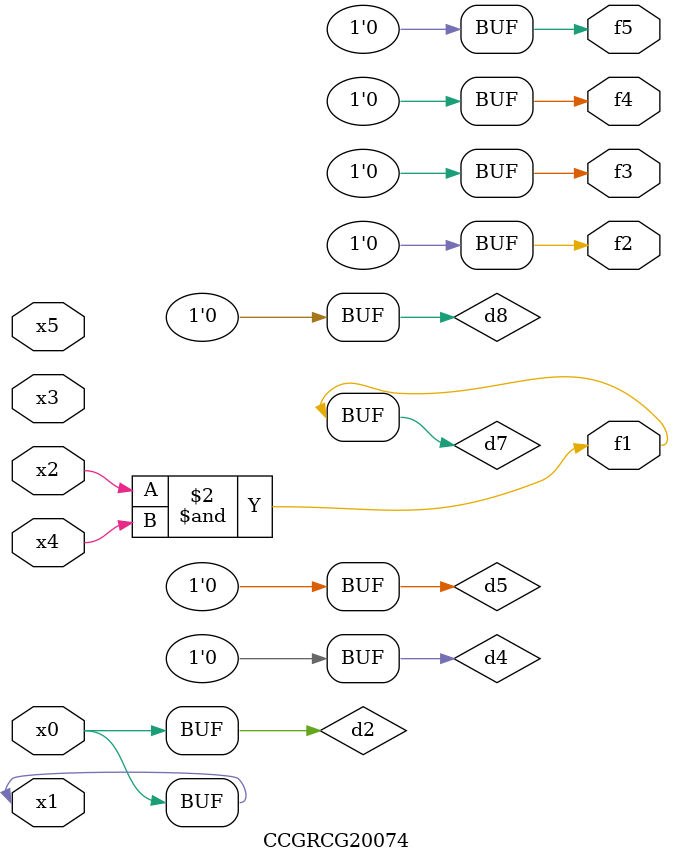
<source format=v>
module CCGRCG20074(
	input x0, x1, x2, x3, x4, x5,
	output f1, f2, f3, f4, f5
);

	wire d1, d2, d3, d4, d5, d6, d7, d8, d9;

	nand (d1, x1);
	buf (d2, x0, x1);
	nand (d3, x2, x4);
	and (d4, d1, d2);
	and (d5, d1, d2);
	nand (d6, d1, d3);
	not (d7, d3);
	xor (d8, d5);
	nor (d9, d5, d6);
	assign f1 = d7;
	assign f2 = d8;
	assign f3 = d8;
	assign f4 = d8;
	assign f5 = d8;
endmodule

</source>
